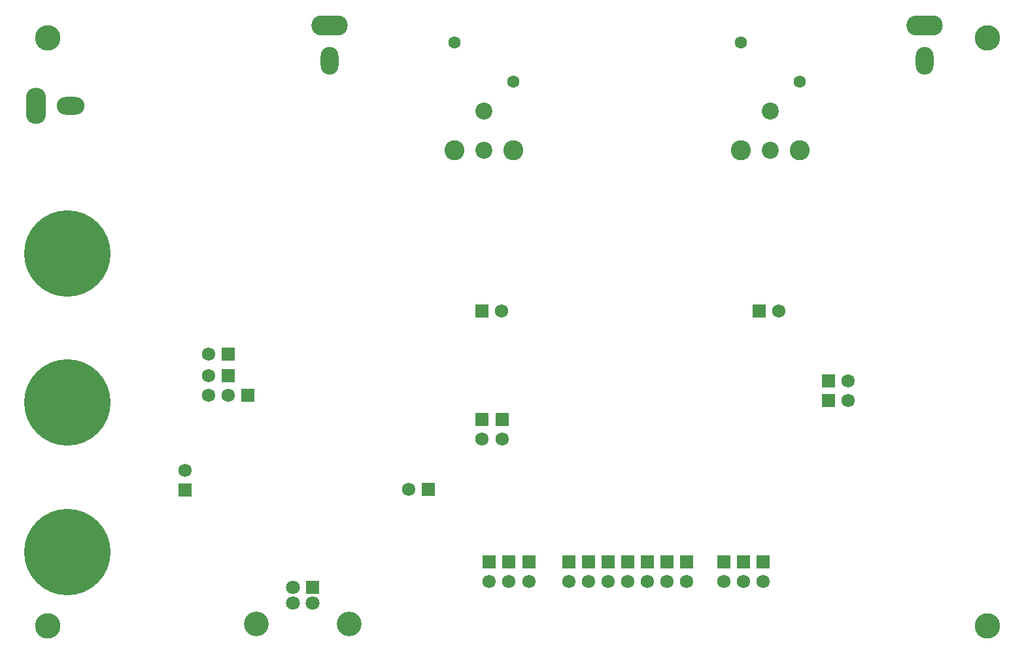
<source format=gbr>
G04 DipTrace 2.3.1.0*
%INBottomMask.gbr*%
%MOIN*%
%ADD54R,0.0709X0.0709*%
%ADD62C,0.063*%
%ADD63C,0.13*%
%ADD72O,0.1024X0.185*%
%ADD74O,0.1417X0.0906*%
%ADD100O,0.185X0.1024*%
%ADD102O,0.0906X0.1417*%
%ADD104C,0.1024*%
%ADD105C,0.0866*%
%ADD107C,0.126*%
%ADD109C,0.0709*%
%ADD112C,0.4409*%
%ADD114C,0.0679*%
%ADD116R,0.0679X0.0679*%
%FSLAX44Y44*%
G04*
G70*
G90*
G75*
G01*
%LNBotMask*%
%LPD*%
D116*
X29948Y8689D3*
D114*
Y7689D3*
D116*
X14610Y19281D3*
D114*
X13610D3*
D116*
X28937Y8687D3*
D114*
Y7687D3*
D116*
X36000Y8687D3*
D114*
Y7687D3*
D116*
X35000Y8687D3*
D114*
Y7687D3*
D116*
X34000Y8687D3*
D114*
Y7687D3*
D116*
X33000Y8687D3*
D114*
Y7687D3*
D116*
X32000Y8687D3*
D114*
Y7687D3*
D116*
X39875Y8687D3*
D114*
Y7687D3*
D116*
X40875Y8687D3*
D114*
Y7687D3*
D116*
X41875Y8687D3*
D114*
Y7687D3*
D116*
X38000Y8687D3*
D114*
Y7687D3*
D112*
X6437Y9187D3*
Y16812D3*
Y24437D3*
D116*
X15624Y17187D3*
D114*
X14624D3*
X13624D3*
D116*
X24836Y12377D3*
D114*
X23836D3*
D116*
X14624Y18185D3*
D114*
X13624D3*
D116*
X45206Y17937D3*
D114*
X46206D3*
D116*
X45206Y16937D3*
D114*
X46206D3*
D54*
X18921Y7396D3*
D109*
X17937D3*
Y6608D3*
X18921D3*
D107*
X20799Y5541D3*
X16059D3*
D116*
X27937Y8687D3*
D114*
Y7687D3*
D116*
X12421Y12348D3*
D114*
Y13348D3*
D116*
X37003Y8687D3*
D114*
Y7687D3*
D105*
X27665Y29687D3*
Y31687D3*
D104*
X26165Y29687D3*
X29165D3*
D62*
X26165Y35187D3*
X29165Y33187D3*
D105*
X42245Y29687D3*
Y31687D3*
D104*
X40745Y29687D3*
X43745D3*
D62*
X40745Y35187D3*
X43745Y33187D3*
D116*
X27571Y15960D3*
D114*
Y14960D3*
D116*
X28573Y15960D3*
D114*
Y14960D3*
D102*
X19791Y34274D3*
D100*
Y36046D3*
D102*
X50120Y34274D3*
D100*
Y36046D3*
D116*
X27562Y21500D3*
D114*
X28562D3*
D116*
X41685D3*
D114*
X42685D3*
D74*
X6583Y31961D3*
D72*
X4812D3*
D63*
X5437Y35437D3*
Y5437D3*
X53317D3*
Y35437D3*
M02*

</source>
